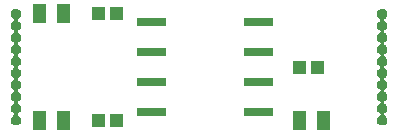
<source format=gbr>
G04 #@! TF.GenerationSoftware,KiCad,Pcbnew,(5.0.0)*
G04 #@! TF.CreationDate,2019-03-20T16:37:46+03:00*
G04 #@! TF.ProjectId,can_adapter,63616E5F616461707465722E6B696361,rev?*
G04 #@! TF.SameCoordinates,Original*
G04 #@! TF.FileFunction,Soldermask,Top*
G04 #@! TF.FilePolarity,Negative*
%FSLAX46Y46*%
G04 Gerber Fmt 4.6, Leading zero omitted, Abs format (unit mm)*
G04 Created by KiCad (PCBNEW (5.0.0)) date 03/20/19 16:37:46*
%MOMM*%
%LPD*%
G01*
G04 APERTURE LIST*
%ADD10C,0.200000*%
G04 APERTURE END LIST*
D10*
G36*
X187050000Y-59800000D02*
X185950000Y-59800000D01*
X185950000Y-58200000D01*
X187050000Y-58200000D01*
X187050000Y-59800000D01*
X187050000Y-59800000D01*
G37*
G36*
X165050000Y-59800000D02*
X163950000Y-59800000D01*
X163950000Y-58200000D01*
X165050000Y-58200000D01*
X165050000Y-59800000D01*
X165050000Y-59800000D01*
G37*
G36*
X163050000Y-59800000D02*
X161950000Y-59800000D01*
X161950000Y-58200000D01*
X163050000Y-58200000D01*
X163050000Y-59800000D01*
X163050000Y-59800000D01*
G37*
G36*
X185050000Y-59800000D02*
X183950000Y-59800000D01*
X183950000Y-58200000D01*
X185050000Y-58200000D01*
X185050000Y-59800000D01*
X185050000Y-59800000D01*
G37*
G36*
X168050000Y-59550000D02*
X166950000Y-59550000D01*
X166950000Y-58450000D01*
X168050000Y-58450000D01*
X168050000Y-59550000D01*
X168050000Y-59550000D01*
G37*
G36*
X169550000Y-59550000D02*
X168450000Y-59550000D01*
X168450000Y-58450000D01*
X169550000Y-58450000D01*
X169550000Y-59550000D01*
X169550000Y-59550000D01*
G37*
G36*
X191602280Y-49561529D02*
X191631261Y-49567294D01*
X191648222Y-49574319D01*
X191713155Y-49601215D01*
X191786858Y-49650462D01*
X191849538Y-49713142D01*
X191898785Y-49786845D01*
X191932706Y-49868740D01*
X191950000Y-49955679D01*
X191950000Y-50044321D01*
X191932706Y-50131260D01*
X191898785Y-50213155D01*
X191849538Y-50286858D01*
X191786858Y-50349538D01*
X191713155Y-50398785D01*
X191691839Y-50407614D01*
X191674554Y-50416854D01*
X191659401Y-50429290D01*
X191646964Y-50444444D01*
X191637724Y-50461733D01*
X191632033Y-50480492D01*
X191630112Y-50500001D01*
X191632034Y-50519510D01*
X191637724Y-50538269D01*
X191646966Y-50555558D01*
X191659402Y-50570711D01*
X191674556Y-50583148D01*
X191691839Y-50592386D01*
X191713155Y-50601215D01*
X191786858Y-50650462D01*
X191849538Y-50713142D01*
X191898785Y-50786845D01*
X191932706Y-50868740D01*
X191950000Y-50955679D01*
X191950000Y-51044321D01*
X191932706Y-51131260D01*
X191898785Y-51213155D01*
X191849538Y-51286858D01*
X191786858Y-51349538D01*
X191713155Y-51398785D01*
X191691839Y-51407614D01*
X191674554Y-51416854D01*
X191659401Y-51429290D01*
X191646964Y-51444444D01*
X191637724Y-51461733D01*
X191632033Y-51480492D01*
X191630112Y-51500001D01*
X191632034Y-51519510D01*
X191637724Y-51538269D01*
X191646966Y-51555558D01*
X191659402Y-51570711D01*
X191674556Y-51583148D01*
X191691839Y-51592386D01*
X191713155Y-51601215D01*
X191786858Y-51650462D01*
X191849538Y-51713142D01*
X191898785Y-51786845D01*
X191932706Y-51868740D01*
X191950000Y-51955679D01*
X191950000Y-52044321D01*
X191932706Y-52131260D01*
X191898785Y-52213155D01*
X191849538Y-52286858D01*
X191786858Y-52349538D01*
X191713155Y-52398785D01*
X191691839Y-52407614D01*
X191674554Y-52416854D01*
X191659401Y-52429290D01*
X191646964Y-52444444D01*
X191637724Y-52461733D01*
X191632033Y-52480492D01*
X191630112Y-52500001D01*
X191632034Y-52519510D01*
X191637724Y-52538269D01*
X191646966Y-52555558D01*
X191659402Y-52570711D01*
X191674556Y-52583148D01*
X191691839Y-52592386D01*
X191713155Y-52601215D01*
X191786858Y-52650462D01*
X191849538Y-52713142D01*
X191898785Y-52786845D01*
X191932706Y-52868740D01*
X191950000Y-52955679D01*
X191950000Y-53044321D01*
X191932706Y-53131260D01*
X191898785Y-53213155D01*
X191849538Y-53286858D01*
X191786858Y-53349538D01*
X191713155Y-53398785D01*
X191691839Y-53407614D01*
X191674554Y-53416854D01*
X191659401Y-53429290D01*
X191646964Y-53444444D01*
X191637724Y-53461733D01*
X191632033Y-53480492D01*
X191630112Y-53500001D01*
X191632034Y-53519510D01*
X191637724Y-53538269D01*
X191646966Y-53555558D01*
X191659402Y-53570711D01*
X191674556Y-53583148D01*
X191691839Y-53592386D01*
X191713155Y-53601215D01*
X191786858Y-53650462D01*
X191849538Y-53713142D01*
X191898785Y-53786845D01*
X191932706Y-53868740D01*
X191950000Y-53955679D01*
X191950000Y-54044321D01*
X191932706Y-54131260D01*
X191898785Y-54213155D01*
X191849538Y-54286858D01*
X191786858Y-54349538D01*
X191713155Y-54398785D01*
X191691839Y-54407614D01*
X191674554Y-54416854D01*
X191659401Y-54429290D01*
X191646964Y-54444444D01*
X191637724Y-54461733D01*
X191632033Y-54480492D01*
X191630112Y-54500001D01*
X191632034Y-54519510D01*
X191637724Y-54538269D01*
X191646966Y-54555558D01*
X191659402Y-54570711D01*
X191674556Y-54583148D01*
X191691839Y-54592386D01*
X191713155Y-54601215D01*
X191786858Y-54650462D01*
X191849538Y-54713142D01*
X191898785Y-54786845D01*
X191932706Y-54868740D01*
X191950000Y-54955679D01*
X191950000Y-55044321D01*
X191932706Y-55131260D01*
X191898785Y-55213155D01*
X191849538Y-55286858D01*
X191786858Y-55349538D01*
X191713155Y-55398785D01*
X191691839Y-55407614D01*
X191674554Y-55416854D01*
X191659401Y-55429290D01*
X191646964Y-55444444D01*
X191637724Y-55461733D01*
X191632033Y-55480492D01*
X191630112Y-55500001D01*
X191632034Y-55519510D01*
X191637724Y-55538269D01*
X191646966Y-55555558D01*
X191659402Y-55570711D01*
X191674556Y-55583148D01*
X191691839Y-55592386D01*
X191713155Y-55601215D01*
X191786858Y-55650462D01*
X191849538Y-55713142D01*
X191898785Y-55786845D01*
X191932706Y-55868740D01*
X191950000Y-55955679D01*
X191950000Y-56044321D01*
X191932706Y-56131260D01*
X191898785Y-56213155D01*
X191849538Y-56286858D01*
X191786858Y-56349538D01*
X191713155Y-56398785D01*
X191691839Y-56407614D01*
X191674554Y-56416854D01*
X191659401Y-56429290D01*
X191646964Y-56444444D01*
X191637724Y-56461733D01*
X191632033Y-56480492D01*
X191630112Y-56500001D01*
X191632034Y-56519510D01*
X191637724Y-56538269D01*
X191646966Y-56555558D01*
X191659402Y-56570711D01*
X191674556Y-56583148D01*
X191691839Y-56592386D01*
X191713155Y-56601215D01*
X191786858Y-56650462D01*
X191849538Y-56713142D01*
X191898785Y-56786845D01*
X191932706Y-56868740D01*
X191950000Y-56955679D01*
X191950000Y-57044321D01*
X191932706Y-57131260D01*
X191898785Y-57213155D01*
X191849538Y-57286858D01*
X191786858Y-57349538D01*
X191713155Y-57398785D01*
X191691839Y-57407614D01*
X191674554Y-57416854D01*
X191659401Y-57429290D01*
X191646964Y-57444444D01*
X191637724Y-57461733D01*
X191632033Y-57480492D01*
X191630112Y-57500001D01*
X191632034Y-57519510D01*
X191637724Y-57538269D01*
X191646966Y-57555558D01*
X191659402Y-57570711D01*
X191674556Y-57583148D01*
X191691839Y-57592386D01*
X191713155Y-57601215D01*
X191786858Y-57650462D01*
X191849538Y-57713142D01*
X191898785Y-57786845D01*
X191932706Y-57868740D01*
X191950000Y-57955679D01*
X191950000Y-58044321D01*
X191932706Y-58131260D01*
X191898785Y-58213155D01*
X191849538Y-58286858D01*
X191786858Y-58349538D01*
X191713155Y-58398785D01*
X191691839Y-58407614D01*
X191674554Y-58416854D01*
X191659401Y-58429290D01*
X191646964Y-58444444D01*
X191637724Y-58461733D01*
X191632033Y-58480492D01*
X191630112Y-58500001D01*
X191632034Y-58519510D01*
X191637724Y-58538269D01*
X191646966Y-58555558D01*
X191659402Y-58570711D01*
X191674556Y-58583148D01*
X191691839Y-58592386D01*
X191713155Y-58601215D01*
X191786858Y-58650462D01*
X191849538Y-58713142D01*
X191898785Y-58786845D01*
X191932706Y-58868740D01*
X191950000Y-58955679D01*
X191950000Y-59044321D01*
X191932706Y-59131260D01*
X191898785Y-59213155D01*
X191849538Y-59286858D01*
X191786858Y-59349538D01*
X191713155Y-59398785D01*
X191648222Y-59425681D01*
X191631261Y-59432706D01*
X191602280Y-59438471D01*
X191544321Y-59450000D01*
X191455679Y-59450000D01*
X191397720Y-59438471D01*
X191368739Y-59432706D01*
X191351778Y-59425681D01*
X191286845Y-59398785D01*
X191213142Y-59349538D01*
X191150462Y-59286858D01*
X191101215Y-59213155D01*
X191067294Y-59131260D01*
X191050000Y-59044321D01*
X191050000Y-58955679D01*
X191067294Y-58868740D01*
X191101215Y-58786845D01*
X191150462Y-58713142D01*
X191213142Y-58650462D01*
X191286845Y-58601215D01*
X191308161Y-58592386D01*
X191325446Y-58583146D01*
X191340599Y-58570710D01*
X191353036Y-58555556D01*
X191362276Y-58538267D01*
X191367967Y-58519508D01*
X191369888Y-58499999D01*
X191367966Y-58480490D01*
X191362276Y-58461731D01*
X191353034Y-58444442D01*
X191340598Y-58429289D01*
X191325444Y-58416852D01*
X191308161Y-58407614D01*
X191286845Y-58398785D01*
X191213142Y-58349538D01*
X191150462Y-58286858D01*
X191101215Y-58213155D01*
X191067294Y-58131260D01*
X191050000Y-58044321D01*
X191050000Y-57955679D01*
X191067294Y-57868740D01*
X191101215Y-57786845D01*
X191150462Y-57713142D01*
X191213142Y-57650462D01*
X191286845Y-57601215D01*
X191308161Y-57592386D01*
X191325446Y-57583146D01*
X191340599Y-57570710D01*
X191353036Y-57555556D01*
X191362276Y-57538267D01*
X191367967Y-57519508D01*
X191369888Y-57499999D01*
X191367966Y-57480490D01*
X191362276Y-57461731D01*
X191353034Y-57444442D01*
X191340598Y-57429289D01*
X191325444Y-57416852D01*
X191308161Y-57407614D01*
X191286845Y-57398785D01*
X191213142Y-57349538D01*
X191150462Y-57286858D01*
X191101215Y-57213155D01*
X191067294Y-57131260D01*
X191050000Y-57044321D01*
X191050000Y-56955679D01*
X191067294Y-56868740D01*
X191101215Y-56786845D01*
X191150462Y-56713142D01*
X191213142Y-56650462D01*
X191286845Y-56601215D01*
X191308161Y-56592386D01*
X191325446Y-56583146D01*
X191340599Y-56570710D01*
X191353036Y-56555556D01*
X191362276Y-56538267D01*
X191367967Y-56519508D01*
X191369888Y-56499999D01*
X191367966Y-56480490D01*
X191362276Y-56461731D01*
X191353034Y-56444442D01*
X191340598Y-56429289D01*
X191325444Y-56416852D01*
X191308161Y-56407614D01*
X191286845Y-56398785D01*
X191213142Y-56349538D01*
X191150462Y-56286858D01*
X191101215Y-56213155D01*
X191067294Y-56131260D01*
X191050000Y-56044321D01*
X191050000Y-55955679D01*
X191067294Y-55868740D01*
X191101215Y-55786845D01*
X191150462Y-55713142D01*
X191213142Y-55650462D01*
X191286845Y-55601215D01*
X191308161Y-55592386D01*
X191325446Y-55583146D01*
X191340599Y-55570710D01*
X191353036Y-55555556D01*
X191362276Y-55538267D01*
X191367967Y-55519508D01*
X191369888Y-55499999D01*
X191367966Y-55480490D01*
X191362276Y-55461731D01*
X191353034Y-55444442D01*
X191340598Y-55429289D01*
X191325444Y-55416852D01*
X191308161Y-55407614D01*
X191286845Y-55398785D01*
X191213142Y-55349538D01*
X191150462Y-55286858D01*
X191101215Y-55213155D01*
X191067294Y-55131260D01*
X191050000Y-55044321D01*
X191050000Y-54955679D01*
X191067294Y-54868740D01*
X191101215Y-54786845D01*
X191150462Y-54713142D01*
X191213142Y-54650462D01*
X191286845Y-54601215D01*
X191308161Y-54592386D01*
X191325446Y-54583146D01*
X191340599Y-54570710D01*
X191353036Y-54555556D01*
X191362276Y-54538267D01*
X191367967Y-54519508D01*
X191369888Y-54499999D01*
X191367966Y-54480490D01*
X191362276Y-54461731D01*
X191353034Y-54444442D01*
X191340598Y-54429289D01*
X191325444Y-54416852D01*
X191308161Y-54407614D01*
X191286845Y-54398785D01*
X191213142Y-54349538D01*
X191150462Y-54286858D01*
X191101215Y-54213155D01*
X191067294Y-54131260D01*
X191050000Y-54044321D01*
X191050000Y-53955679D01*
X191067294Y-53868740D01*
X191101215Y-53786845D01*
X191150462Y-53713142D01*
X191213142Y-53650462D01*
X191286845Y-53601215D01*
X191308161Y-53592386D01*
X191325446Y-53583146D01*
X191340599Y-53570710D01*
X191353036Y-53555556D01*
X191362276Y-53538267D01*
X191367967Y-53519508D01*
X191369888Y-53499999D01*
X191367966Y-53480490D01*
X191362276Y-53461731D01*
X191353034Y-53444442D01*
X191340598Y-53429289D01*
X191325444Y-53416852D01*
X191308161Y-53407614D01*
X191286845Y-53398785D01*
X191213142Y-53349538D01*
X191150462Y-53286858D01*
X191101215Y-53213155D01*
X191067294Y-53131260D01*
X191050000Y-53044321D01*
X191050000Y-52955679D01*
X191067294Y-52868740D01*
X191101215Y-52786845D01*
X191150462Y-52713142D01*
X191213142Y-52650462D01*
X191286845Y-52601215D01*
X191308161Y-52592386D01*
X191325446Y-52583146D01*
X191340599Y-52570710D01*
X191353036Y-52555556D01*
X191362276Y-52538267D01*
X191367967Y-52519508D01*
X191369888Y-52499999D01*
X191367966Y-52480490D01*
X191362276Y-52461731D01*
X191353034Y-52444442D01*
X191340598Y-52429289D01*
X191325444Y-52416852D01*
X191308161Y-52407614D01*
X191286845Y-52398785D01*
X191213142Y-52349538D01*
X191150462Y-52286858D01*
X191101215Y-52213155D01*
X191067294Y-52131260D01*
X191050000Y-52044321D01*
X191050000Y-51955679D01*
X191067294Y-51868740D01*
X191101215Y-51786845D01*
X191150462Y-51713142D01*
X191213142Y-51650462D01*
X191286845Y-51601215D01*
X191308161Y-51592386D01*
X191325446Y-51583146D01*
X191340599Y-51570710D01*
X191353036Y-51555556D01*
X191362276Y-51538267D01*
X191367967Y-51519508D01*
X191369888Y-51499999D01*
X191367966Y-51480490D01*
X191362276Y-51461731D01*
X191353034Y-51444442D01*
X191340598Y-51429289D01*
X191325444Y-51416852D01*
X191308161Y-51407614D01*
X191286845Y-51398785D01*
X191213142Y-51349538D01*
X191150462Y-51286858D01*
X191101215Y-51213155D01*
X191067294Y-51131260D01*
X191050000Y-51044321D01*
X191050000Y-50955679D01*
X191067294Y-50868740D01*
X191101215Y-50786845D01*
X191150462Y-50713142D01*
X191213142Y-50650462D01*
X191286845Y-50601215D01*
X191308161Y-50592386D01*
X191325446Y-50583146D01*
X191340599Y-50570710D01*
X191353036Y-50555556D01*
X191362276Y-50538267D01*
X191367967Y-50519508D01*
X191369888Y-50499999D01*
X191367966Y-50480490D01*
X191362276Y-50461731D01*
X191353034Y-50444442D01*
X191340598Y-50429289D01*
X191325444Y-50416852D01*
X191308161Y-50407614D01*
X191286845Y-50398785D01*
X191213142Y-50349538D01*
X191150462Y-50286858D01*
X191101215Y-50213155D01*
X191067294Y-50131260D01*
X191050000Y-50044321D01*
X191050000Y-49955679D01*
X191067294Y-49868740D01*
X191101215Y-49786845D01*
X191150462Y-49713142D01*
X191213142Y-49650462D01*
X191286845Y-49601215D01*
X191351778Y-49574319D01*
X191368739Y-49567294D01*
X191397720Y-49561529D01*
X191455679Y-49550000D01*
X191544321Y-49550000D01*
X191602280Y-49561529D01*
X191602280Y-49561529D01*
G37*
G36*
X160602280Y-49561529D02*
X160631261Y-49567294D01*
X160648222Y-49574319D01*
X160713155Y-49601215D01*
X160786858Y-49650462D01*
X160849538Y-49713142D01*
X160898785Y-49786845D01*
X160932706Y-49868740D01*
X160950000Y-49955679D01*
X160950000Y-50044321D01*
X160932706Y-50131260D01*
X160898785Y-50213155D01*
X160849538Y-50286858D01*
X160786858Y-50349538D01*
X160713155Y-50398785D01*
X160691839Y-50407614D01*
X160674554Y-50416854D01*
X160659401Y-50429290D01*
X160646964Y-50444444D01*
X160637724Y-50461733D01*
X160632033Y-50480492D01*
X160630112Y-50500001D01*
X160632034Y-50519510D01*
X160637724Y-50538269D01*
X160646966Y-50555558D01*
X160659402Y-50570711D01*
X160674556Y-50583148D01*
X160691839Y-50592386D01*
X160713155Y-50601215D01*
X160786858Y-50650462D01*
X160849538Y-50713142D01*
X160898785Y-50786845D01*
X160932706Y-50868740D01*
X160950000Y-50955679D01*
X160950000Y-51044321D01*
X160932706Y-51131260D01*
X160898785Y-51213155D01*
X160849538Y-51286858D01*
X160786858Y-51349538D01*
X160713155Y-51398785D01*
X160691839Y-51407614D01*
X160674554Y-51416854D01*
X160659401Y-51429290D01*
X160646964Y-51444444D01*
X160637724Y-51461733D01*
X160632033Y-51480492D01*
X160630112Y-51500001D01*
X160632034Y-51519510D01*
X160637724Y-51538269D01*
X160646966Y-51555558D01*
X160659402Y-51570711D01*
X160674556Y-51583148D01*
X160691839Y-51592386D01*
X160713155Y-51601215D01*
X160786858Y-51650462D01*
X160849538Y-51713142D01*
X160898785Y-51786845D01*
X160932706Y-51868740D01*
X160950000Y-51955679D01*
X160950000Y-52044321D01*
X160932706Y-52131260D01*
X160898785Y-52213155D01*
X160849538Y-52286858D01*
X160786858Y-52349538D01*
X160713155Y-52398785D01*
X160691839Y-52407614D01*
X160674554Y-52416854D01*
X160659401Y-52429290D01*
X160646964Y-52444444D01*
X160637724Y-52461733D01*
X160632033Y-52480492D01*
X160630112Y-52500001D01*
X160632034Y-52519510D01*
X160637724Y-52538269D01*
X160646966Y-52555558D01*
X160659402Y-52570711D01*
X160674556Y-52583148D01*
X160691839Y-52592386D01*
X160713155Y-52601215D01*
X160786858Y-52650462D01*
X160849538Y-52713142D01*
X160898785Y-52786845D01*
X160932706Y-52868740D01*
X160950000Y-52955679D01*
X160950000Y-53044321D01*
X160932706Y-53131260D01*
X160898785Y-53213155D01*
X160849538Y-53286858D01*
X160786858Y-53349538D01*
X160713155Y-53398785D01*
X160691839Y-53407614D01*
X160674554Y-53416854D01*
X160659401Y-53429290D01*
X160646964Y-53444444D01*
X160637724Y-53461733D01*
X160632033Y-53480492D01*
X160630112Y-53500001D01*
X160632034Y-53519510D01*
X160637724Y-53538269D01*
X160646966Y-53555558D01*
X160659402Y-53570711D01*
X160674556Y-53583148D01*
X160691839Y-53592386D01*
X160713155Y-53601215D01*
X160786858Y-53650462D01*
X160849538Y-53713142D01*
X160898785Y-53786845D01*
X160932706Y-53868740D01*
X160950000Y-53955679D01*
X160950000Y-54044321D01*
X160932706Y-54131260D01*
X160898785Y-54213155D01*
X160849538Y-54286858D01*
X160786858Y-54349538D01*
X160713155Y-54398785D01*
X160691839Y-54407614D01*
X160674554Y-54416854D01*
X160659401Y-54429290D01*
X160646964Y-54444444D01*
X160637724Y-54461733D01*
X160632033Y-54480492D01*
X160630112Y-54500001D01*
X160632034Y-54519510D01*
X160637724Y-54538269D01*
X160646966Y-54555558D01*
X160659402Y-54570711D01*
X160674556Y-54583148D01*
X160691839Y-54592386D01*
X160713155Y-54601215D01*
X160786858Y-54650462D01*
X160849538Y-54713142D01*
X160898785Y-54786845D01*
X160932706Y-54868740D01*
X160950000Y-54955679D01*
X160950000Y-55044321D01*
X160932706Y-55131260D01*
X160898785Y-55213155D01*
X160849538Y-55286858D01*
X160786858Y-55349538D01*
X160713155Y-55398785D01*
X160691839Y-55407614D01*
X160674554Y-55416854D01*
X160659401Y-55429290D01*
X160646964Y-55444444D01*
X160637724Y-55461733D01*
X160632033Y-55480492D01*
X160630112Y-55500001D01*
X160632034Y-55519510D01*
X160637724Y-55538269D01*
X160646966Y-55555558D01*
X160659402Y-55570711D01*
X160674556Y-55583148D01*
X160691839Y-55592386D01*
X160713155Y-55601215D01*
X160786858Y-55650462D01*
X160849538Y-55713142D01*
X160898785Y-55786845D01*
X160932706Y-55868740D01*
X160950000Y-55955679D01*
X160950000Y-56044321D01*
X160932706Y-56131260D01*
X160898785Y-56213155D01*
X160849538Y-56286858D01*
X160786858Y-56349538D01*
X160713155Y-56398785D01*
X160691839Y-56407614D01*
X160674554Y-56416854D01*
X160659401Y-56429290D01*
X160646964Y-56444444D01*
X160637724Y-56461733D01*
X160632033Y-56480492D01*
X160630112Y-56500001D01*
X160632034Y-56519510D01*
X160637724Y-56538269D01*
X160646966Y-56555558D01*
X160659402Y-56570711D01*
X160674556Y-56583148D01*
X160691839Y-56592386D01*
X160713155Y-56601215D01*
X160786858Y-56650462D01*
X160849538Y-56713142D01*
X160898785Y-56786845D01*
X160932706Y-56868740D01*
X160950000Y-56955679D01*
X160950000Y-57044321D01*
X160932706Y-57131260D01*
X160898785Y-57213155D01*
X160849538Y-57286858D01*
X160786858Y-57349538D01*
X160713155Y-57398785D01*
X160691839Y-57407614D01*
X160674554Y-57416854D01*
X160659401Y-57429290D01*
X160646964Y-57444444D01*
X160637724Y-57461733D01*
X160632033Y-57480492D01*
X160630112Y-57500001D01*
X160632034Y-57519510D01*
X160637724Y-57538269D01*
X160646966Y-57555558D01*
X160659402Y-57570711D01*
X160674556Y-57583148D01*
X160691839Y-57592386D01*
X160713155Y-57601215D01*
X160786858Y-57650462D01*
X160849538Y-57713142D01*
X160898785Y-57786845D01*
X160932706Y-57868740D01*
X160950000Y-57955679D01*
X160950000Y-58044321D01*
X160932706Y-58131260D01*
X160898785Y-58213155D01*
X160849538Y-58286858D01*
X160786858Y-58349538D01*
X160713155Y-58398785D01*
X160691839Y-58407614D01*
X160674554Y-58416854D01*
X160659401Y-58429290D01*
X160646964Y-58444444D01*
X160637724Y-58461733D01*
X160632033Y-58480492D01*
X160630112Y-58500001D01*
X160632034Y-58519510D01*
X160637724Y-58538269D01*
X160646966Y-58555558D01*
X160659402Y-58570711D01*
X160674556Y-58583148D01*
X160691839Y-58592386D01*
X160713155Y-58601215D01*
X160786858Y-58650462D01*
X160849538Y-58713142D01*
X160898785Y-58786845D01*
X160932706Y-58868740D01*
X160950000Y-58955679D01*
X160950000Y-59044321D01*
X160932706Y-59131260D01*
X160898785Y-59213155D01*
X160849538Y-59286858D01*
X160786858Y-59349538D01*
X160713155Y-59398785D01*
X160648222Y-59425681D01*
X160631261Y-59432706D01*
X160602280Y-59438471D01*
X160544321Y-59450000D01*
X160455679Y-59450000D01*
X160397720Y-59438471D01*
X160368739Y-59432706D01*
X160351778Y-59425681D01*
X160286845Y-59398785D01*
X160213142Y-59349538D01*
X160150462Y-59286858D01*
X160101215Y-59213155D01*
X160067294Y-59131260D01*
X160050000Y-59044321D01*
X160050000Y-58955679D01*
X160067294Y-58868740D01*
X160101215Y-58786845D01*
X160150462Y-58713142D01*
X160213142Y-58650462D01*
X160286845Y-58601215D01*
X160308161Y-58592386D01*
X160325446Y-58583146D01*
X160340599Y-58570710D01*
X160353036Y-58555556D01*
X160362276Y-58538267D01*
X160367967Y-58519508D01*
X160369888Y-58499999D01*
X160367966Y-58480490D01*
X160362276Y-58461731D01*
X160353034Y-58444442D01*
X160340598Y-58429289D01*
X160325444Y-58416852D01*
X160308161Y-58407614D01*
X160286845Y-58398785D01*
X160213142Y-58349538D01*
X160150462Y-58286858D01*
X160101215Y-58213155D01*
X160067294Y-58131260D01*
X160050000Y-58044321D01*
X160050000Y-57955679D01*
X160067294Y-57868740D01*
X160101215Y-57786845D01*
X160150462Y-57713142D01*
X160213142Y-57650462D01*
X160286845Y-57601215D01*
X160308161Y-57592386D01*
X160325446Y-57583146D01*
X160340599Y-57570710D01*
X160353036Y-57555556D01*
X160362276Y-57538267D01*
X160367967Y-57519508D01*
X160369888Y-57499999D01*
X160367966Y-57480490D01*
X160362276Y-57461731D01*
X160353034Y-57444442D01*
X160340598Y-57429289D01*
X160325444Y-57416852D01*
X160308161Y-57407614D01*
X160286845Y-57398785D01*
X160213142Y-57349538D01*
X160150462Y-57286858D01*
X160101215Y-57213155D01*
X160067294Y-57131260D01*
X160050000Y-57044321D01*
X160050000Y-56955679D01*
X160067294Y-56868740D01*
X160101215Y-56786845D01*
X160150462Y-56713142D01*
X160213142Y-56650462D01*
X160286845Y-56601215D01*
X160308161Y-56592386D01*
X160325446Y-56583146D01*
X160340599Y-56570710D01*
X160353036Y-56555556D01*
X160362276Y-56538267D01*
X160367967Y-56519508D01*
X160369888Y-56499999D01*
X160367966Y-56480490D01*
X160362276Y-56461731D01*
X160353034Y-56444442D01*
X160340598Y-56429289D01*
X160325444Y-56416852D01*
X160308161Y-56407614D01*
X160286845Y-56398785D01*
X160213142Y-56349538D01*
X160150462Y-56286858D01*
X160101215Y-56213155D01*
X160067294Y-56131260D01*
X160050000Y-56044321D01*
X160050000Y-55955679D01*
X160067294Y-55868740D01*
X160101215Y-55786845D01*
X160150462Y-55713142D01*
X160213142Y-55650462D01*
X160286845Y-55601215D01*
X160308161Y-55592386D01*
X160325446Y-55583146D01*
X160340599Y-55570710D01*
X160353036Y-55555556D01*
X160362276Y-55538267D01*
X160367967Y-55519508D01*
X160369888Y-55499999D01*
X160367966Y-55480490D01*
X160362276Y-55461731D01*
X160353034Y-55444442D01*
X160340598Y-55429289D01*
X160325444Y-55416852D01*
X160308161Y-55407614D01*
X160286845Y-55398785D01*
X160213142Y-55349538D01*
X160150462Y-55286858D01*
X160101215Y-55213155D01*
X160067294Y-55131260D01*
X160050000Y-55044321D01*
X160050000Y-54955679D01*
X160067294Y-54868740D01*
X160101215Y-54786845D01*
X160150462Y-54713142D01*
X160213142Y-54650462D01*
X160286845Y-54601215D01*
X160308161Y-54592386D01*
X160325446Y-54583146D01*
X160340599Y-54570710D01*
X160353036Y-54555556D01*
X160362276Y-54538267D01*
X160367967Y-54519508D01*
X160369888Y-54499999D01*
X160367966Y-54480490D01*
X160362276Y-54461731D01*
X160353034Y-54444442D01*
X160340598Y-54429289D01*
X160325444Y-54416852D01*
X160308161Y-54407614D01*
X160286845Y-54398785D01*
X160213142Y-54349538D01*
X160150462Y-54286858D01*
X160101215Y-54213155D01*
X160067294Y-54131260D01*
X160050000Y-54044321D01*
X160050000Y-53955679D01*
X160067294Y-53868740D01*
X160101215Y-53786845D01*
X160150462Y-53713142D01*
X160213142Y-53650462D01*
X160286845Y-53601215D01*
X160308161Y-53592386D01*
X160325446Y-53583146D01*
X160340599Y-53570710D01*
X160353036Y-53555556D01*
X160362276Y-53538267D01*
X160367967Y-53519508D01*
X160369888Y-53499999D01*
X160367966Y-53480490D01*
X160362276Y-53461731D01*
X160353034Y-53444442D01*
X160340598Y-53429289D01*
X160325444Y-53416852D01*
X160308161Y-53407614D01*
X160286845Y-53398785D01*
X160213142Y-53349538D01*
X160150462Y-53286858D01*
X160101215Y-53213155D01*
X160067294Y-53131260D01*
X160050000Y-53044321D01*
X160050000Y-52955679D01*
X160067294Y-52868740D01*
X160101215Y-52786845D01*
X160150462Y-52713142D01*
X160213142Y-52650462D01*
X160286845Y-52601215D01*
X160308161Y-52592386D01*
X160325446Y-52583146D01*
X160340599Y-52570710D01*
X160353036Y-52555556D01*
X160362276Y-52538267D01*
X160367967Y-52519508D01*
X160369888Y-52499999D01*
X160367966Y-52480490D01*
X160362276Y-52461731D01*
X160353034Y-52444442D01*
X160340598Y-52429289D01*
X160325444Y-52416852D01*
X160308161Y-52407614D01*
X160286845Y-52398785D01*
X160213142Y-52349538D01*
X160150462Y-52286858D01*
X160101215Y-52213155D01*
X160067294Y-52131260D01*
X160050000Y-52044321D01*
X160050000Y-51955679D01*
X160067294Y-51868740D01*
X160101215Y-51786845D01*
X160150462Y-51713142D01*
X160213142Y-51650462D01*
X160286845Y-51601215D01*
X160308161Y-51592386D01*
X160325446Y-51583146D01*
X160340599Y-51570710D01*
X160353036Y-51555556D01*
X160362276Y-51538267D01*
X160367967Y-51519508D01*
X160369888Y-51499999D01*
X160367966Y-51480490D01*
X160362276Y-51461731D01*
X160353034Y-51444442D01*
X160340598Y-51429289D01*
X160325444Y-51416852D01*
X160308161Y-51407614D01*
X160286845Y-51398785D01*
X160213142Y-51349538D01*
X160150462Y-51286858D01*
X160101215Y-51213155D01*
X160067294Y-51131260D01*
X160050000Y-51044321D01*
X160050000Y-50955679D01*
X160067294Y-50868740D01*
X160101215Y-50786845D01*
X160150462Y-50713142D01*
X160213142Y-50650462D01*
X160286845Y-50601215D01*
X160308161Y-50592386D01*
X160325446Y-50583146D01*
X160340599Y-50570710D01*
X160353036Y-50555556D01*
X160362276Y-50538267D01*
X160367967Y-50519508D01*
X160369888Y-50499999D01*
X160367966Y-50480490D01*
X160362276Y-50461731D01*
X160353034Y-50444442D01*
X160340598Y-50429289D01*
X160325444Y-50416852D01*
X160308161Y-50407614D01*
X160286845Y-50398785D01*
X160213142Y-50349538D01*
X160150462Y-50286858D01*
X160101215Y-50213155D01*
X160067294Y-50131260D01*
X160050000Y-50044321D01*
X160050000Y-49955679D01*
X160067294Y-49868740D01*
X160101215Y-49786845D01*
X160150462Y-49713142D01*
X160213142Y-49650462D01*
X160286845Y-49601215D01*
X160351778Y-49574319D01*
X160368739Y-49567294D01*
X160397720Y-49561529D01*
X160455679Y-49550000D01*
X160544321Y-49550000D01*
X160602280Y-49561529D01*
X160602280Y-49561529D01*
G37*
G36*
X182275000Y-58685000D02*
X179825000Y-58685000D01*
X179825000Y-57935000D01*
X182275000Y-57935000D01*
X182275000Y-58685000D01*
X182275000Y-58685000D01*
G37*
G36*
X173175000Y-58685000D02*
X170725000Y-58685000D01*
X170725000Y-57935000D01*
X173175000Y-57935000D01*
X173175000Y-58685000D01*
X173175000Y-58685000D01*
G37*
G36*
X173175000Y-56145000D02*
X170725000Y-56145000D01*
X170725000Y-55395000D01*
X173175000Y-55395000D01*
X173175000Y-56145000D01*
X173175000Y-56145000D01*
G37*
G36*
X182275000Y-56145000D02*
X179825000Y-56145000D01*
X179825000Y-55395000D01*
X182275000Y-55395000D01*
X182275000Y-56145000D01*
X182275000Y-56145000D01*
G37*
G36*
X185050000Y-55050000D02*
X183950000Y-55050000D01*
X183950000Y-53950000D01*
X185050000Y-53950000D01*
X185050000Y-55050000D01*
X185050000Y-55050000D01*
G37*
G36*
X186550000Y-55050000D02*
X185450000Y-55050000D01*
X185450000Y-53950000D01*
X186550000Y-53950000D01*
X186550000Y-55050000D01*
X186550000Y-55050000D01*
G37*
G36*
X182275000Y-53605000D02*
X179825000Y-53605000D01*
X179825000Y-52855000D01*
X182275000Y-52855000D01*
X182275000Y-53605000D01*
X182275000Y-53605000D01*
G37*
G36*
X173175000Y-53605000D02*
X170725000Y-53605000D01*
X170725000Y-52855000D01*
X173175000Y-52855000D01*
X173175000Y-53605000D01*
X173175000Y-53605000D01*
G37*
G36*
X182275000Y-51065000D02*
X179825000Y-51065000D01*
X179825000Y-50315000D01*
X182275000Y-50315000D01*
X182275000Y-51065000D01*
X182275000Y-51065000D01*
G37*
G36*
X173175000Y-51065000D02*
X170725000Y-51065000D01*
X170725000Y-50315000D01*
X173175000Y-50315000D01*
X173175000Y-51065000D01*
X173175000Y-51065000D01*
G37*
G36*
X163050000Y-50800000D02*
X161950000Y-50800000D01*
X161950000Y-49200000D01*
X163050000Y-49200000D01*
X163050000Y-50800000D01*
X163050000Y-50800000D01*
G37*
G36*
X165050000Y-50800000D02*
X163950000Y-50800000D01*
X163950000Y-49200000D01*
X165050000Y-49200000D01*
X165050000Y-50800000D01*
X165050000Y-50800000D01*
G37*
G36*
X169550000Y-50550000D02*
X168450000Y-50550000D01*
X168450000Y-49450000D01*
X169550000Y-49450000D01*
X169550000Y-50550000D01*
X169550000Y-50550000D01*
G37*
G36*
X168050000Y-50550000D02*
X166950000Y-50550000D01*
X166950000Y-49450000D01*
X168050000Y-49450000D01*
X168050000Y-50550000D01*
X168050000Y-50550000D01*
G37*
M02*

</source>
